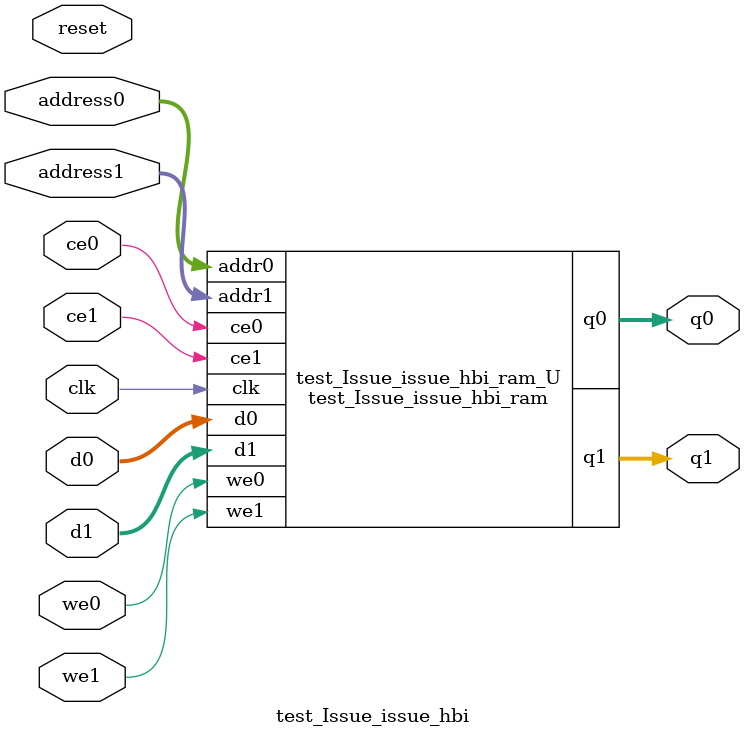
<source format=v>

`timescale 1 ns / 1 ps
module test_Issue_issue_hbi_ram (addr0, ce0, d0, we0, q0, addr1, ce1, d1, we1, q1,  clk);

parameter DWIDTH = 64;
parameter AWIDTH = 5;
parameter MEM_SIZE = 32;

input[AWIDTH-1:0] addr0;
input ce0;
input[DWIDTH-1:0] d0;
input we0;
output reg[DWIDTH-1:0] q0;
input[AWIDTH-1:0] addr1;
input ce1;
input[DWIDTH-1:0] d1;
input we1;
output reg[DWIDTH-1:0] q1;
input clk;

(* ram_style = "block" *)reg [DWIDTH-1:0] ram[0:MEM_SIZE-1];




always @(posedge clk)  
begin 
    if (ce0) 
    begin
        if (we0) 
        begin 
            ram[addr0] <= d0; 
            q0 <= d0;
        end 
        else 
            q0 <= ram[addr0];
    end
end


always @(posedge clk)  
begin 
    if (ce1) 
    begin
        if (we1) 
        begin 
            ram[addr1] <= d1; 
            q1 <= d1;
        end 
        else 
            q1 <= ram[addr1];
    end
end


endmodule


`timescale 1 ns / 1 ps
module test_Issue_issue_hbi(
    reset,
    clk,
    address0,
    ce0,
    we0,
    d0,
    q0,
    address1,
    ce1,
    we1,
    d1,
    q1);

parameter DataWidth = 32'd64;
parameter AddressRange = 32'd32;
parameter AddressWidth = 32'd5;
input reset;
input clk;
input[AddressWidth - 1:0] address0;
input ce0;
input we0;
input[DataWidth - 1:0] d0;
output[DataWidth - 1:0] q0;
input[AddressWidth - 1:0] address1;
input ce1;
input we1;
input[DataWidth - 1:0] d1;
output[DataWidth - 1:0] q1;



test_Issue_issue_hbi_ram test_Issue_issue_hbi_ram_U(
    .clk( clk ),
    .addr0( address0 ),
    .ce0( ce0 ),
    .we0( we0 ),
    .d0( d0 ),
    .q0( q0 ),
    .addr1( address1 ),
    .ce1( ce1 ),
    .we1( we1 ),
    .d1( d1 ),
    .q1( q1 ));

endmodule


</source>
